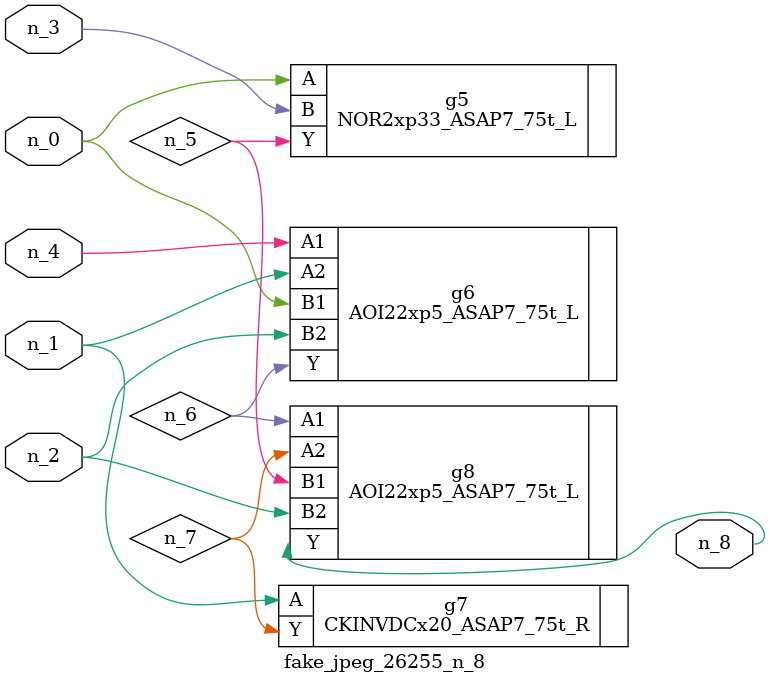
<source format=v>
module fake_jpeg_26255_n_8 (n_3, n_2, n_1, n_0, n_4, n_8);

input n_3;
input n_2;
input n_1;
input n_0;
input n_4;

output n_8;

wire n_6;
wire n_5;
wire n_7;

NOR2xp33_ASAP7_75t_L g5 ( 
.A(n_0),
.B(n_3),
.Y(n_5)
);

AOI22xp5_ASAP7_75t_L g6 ( 
.A1(n_4),
.A2(n_1),
.B1(n_0),
.B2(n_2),
.Y(n_6)
);

CKINVDCx20_ASAP7_75t_R g7 ( 
.A(n_1),
.Y(n_7)
);

AOI22xp5_ASAP7_75t_L g8 ( 
.A1(n_6),
.A2(n_7),
.B1(n_5),
.B2(n_2),
.Y(n_8)
);


endmodule
</source>
